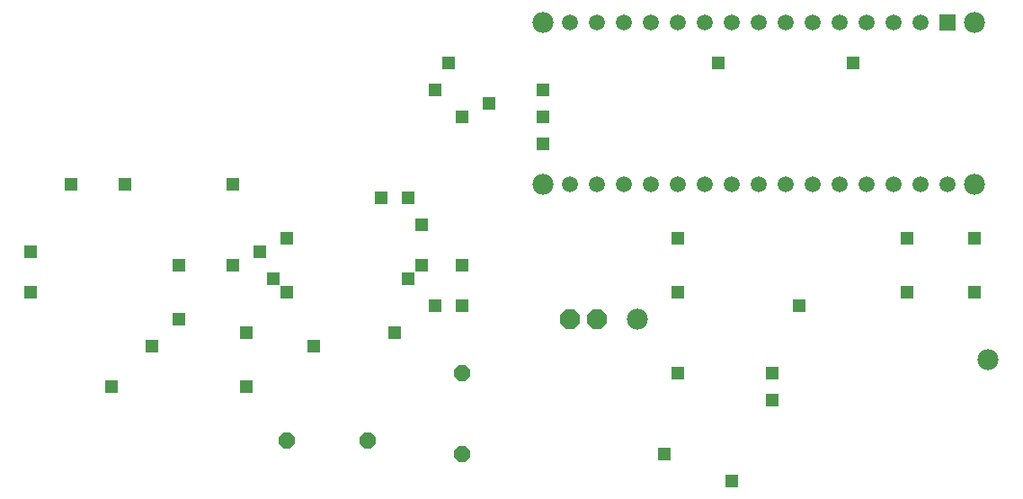
<source format=gbs>
G75*
%MOIN*%
%OFA0B0*%
%FSLAX24Y24*%
%IPPOS*%
%LPD*%
%AMOC8*
5,1,8,0,0,1.08239X$1,22.5*
%
%ADD10C,0.0780*%
%ADD11R,0.0595X0.0595*%
%ADD12C,0.0595*%
%ADD13OC8,0.0710*%
%ADD14OC8,0.0600*%
%ADD15R,0.0476X0.0476*%
D10*
X024180Y007180D03*
X020680Y012180D03*
X020680Y018180D03*
X036680Y018180D03*
X036680Y012180D03*
X037180Y005680D03*
D11*
X035680Y018180D03*
D12*
X034680Y018180D03*
X033680Y018180D03*
X032680Y018180D03*
X031680Y018180D03*
X030680Y018180D03*
X029680Y018180D03*
X028680Y018180D03*
X027680Y018180D03*
X026680Y018180D03*
X025680Y018180D03*
X024680Y018180D03*
X023680Y018180D03*
X022680Y018180D03*
X021680Y018180D03*
X021680Y012180D03*
X022680Y012180D03*
X023680Y012180D03*
X024680Y012180D03*
X025680Y012180D03*
X026680Y012180D03*
X027680Y012180D03*
X028680Y012180D03*
X029680Y012180D03*
X030680Y012180D03*
X031680Y012180D03*
X032680Y012180D03*
X033680Y012180D03*
X034680Y012180D03*
X035680Y012180D03*
D13*
X022680Y007180D03*
X021680Y007180D03*
D14*
X017680Y005180D03*
X014180Y002680D03*
X011180Y002680D03*
X017680Y002180D03*
D15*
X004680Y004680D03*
X006180Y006180D03*
X007180Y007180D03*
X009680Y006680D03*
X011180Y008180D03*
X010680Y008680D03*
X009180Y009180D03*
X010180Y009680D03*
X011180Y010180D03*
X014680Y011680D03*
X015680Y011680D03*
X016180Y010680D03*
X016180Y009180D03*
X015680Y008680D03*
X016680Y007680D03*
X017680Y007680D03*
X015180Y006680D03*
X012180Y006180D03*
X009680Y004680D03*
X001680Y008180D03*
X001680Y009680D03*
X003180Y012180D03*
X005180Y012180D03*
X009180Y012180D03*
X007180Y009180D03*
X017680Y009180D03*
X025680Y008180D03*
X025680Y010180D03*
X030180Y007680D03*
X034180Y008180D03*
X036680Y008180D03*
X036680Y010180D03*
X034180Y010180D03*
X029180Y005180D03*
X029180Y004180D03*
X025680Y005180D03*
X025180Y002180D03*
X027680Y001180D03*
X020680Y013680D03*
X020680Y014680D03*
X020680Y015680D03*
X018680Y015180D03*
X017680Y014680D03*
X016680Y015680D03*
X017180Y016680D03*
X027180Y016680D03*
X032180Y016680D03*
M02*

</source>
